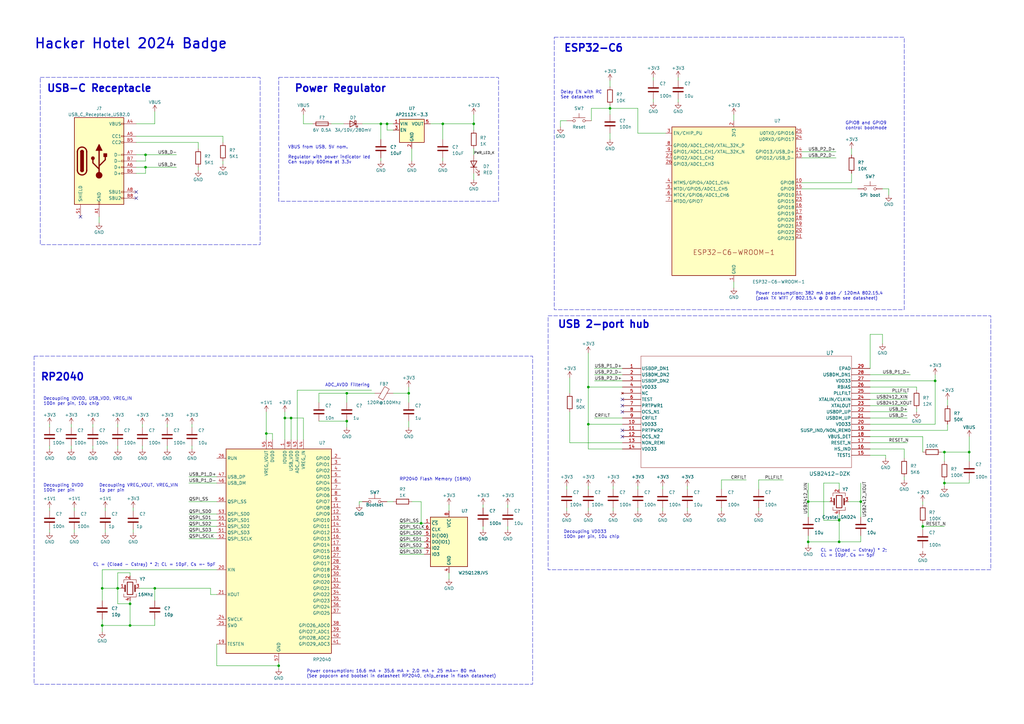
<source format=kicad_sch>
(kicad_sch (version 20230121) (generator eeschema)
  (paper "A3")
  (title_block (title "Hacker Hotel Badge 2024") (date "2023-06-16") (rev "0.0.1") (company "badge.team"))
  (junction (at 344.17 213.36))
  (junction (at 59.69 63.5))
  (junction (at 250.19 44.45))
  (junction (at 344.17 222.25))
  (junction (at 158.75 50.8))
  (junction (at 119.38 171.45))
  (junction (at 241.3 158.75))
  (junction (at 181.61 50.8))
  (junction (at 59.69 68.58))
  (junction (at 167.64 161.29))
  (junction (at 387.35 185.42))
  (junction (at 241.3 173.99))
  (junction (at 114.3 273.05))
  (junction (at 383.54 156.21))
  (junction (at 109.22 177.8))
  (junction (at 142.24 172.72))
  (junction (at 116.84 171.45))
  (junction (at 331.47 222.25))
  (junction (at 378.46 215.9))
  (junction (at 41.91 241.3))
  (junction (at 353.06 205.74))
  (junction (at 63.5 241.3))
  (junction (at 53.34 256.54))
  (junction (at 331.47 205.74))
  (junction (at 41.91 256.54))
  (junction (at 194.31 50.8))
  (junction (at 156.21 50.8))
  (junction (at 172.72 214.63))
  (junction (at 48.26 241.3))
  (junction (at 387.35 198.12))
  (junction (at 53.34 247.65))
  (junction (at 142.24 161.29))
  (junction (at 397.51 185.42))
  (no_connect (at 255.27 168.91))
  (no_connect (at 255.27 176.53))
  (no_connect (at 255.27 163.83))
  (no_connect (at 55.88 81.28))
  (no_connect (at 255.27 179.07))
  (no_connect (at 55.88 78.74))
  (no_connect (at 33.02 88.9))
  (no_connect (at 255.27 166.37))
  (wire (pts (xy 356.87 156.21) (xy 383.54 156.21)))
  (wire (pts (xy 130.81 161.29) (xy 142.24 161.29)))
  (wire (pts (xy 156.21 64.77) (xy 156.21 66.04)))
  (wire (pts (xy 250.19 54.61) (xy 250.19 57.15)))
  (wire (pts (xy 20.32 208.28) (xy 20.32 209.55)))
  (wire (pts (xy 356.87 176.53) (xy 388.62 176.53)))
  (wire (pts (xy 53.34 247.65) (xy 53.34 256.54)))
  (wire (pts (xy 356.87 163.83) (xy 372.11 163.83)))
  (wire (pts (xy 48.26 173.99) (xy 48.26 175.26)))
  (wire (pts (xy 198.12 215.9) (xy 198.12 217.17)))
  (wire (pts (xy 41.91 256.54) (xy 53.34 256.54)))
  (wire (pts (xy 163.83 219.71) (xy 173.99 219.71)))
  (wire (pts (xy 194.31 71.12) (xy 194.31 73.66)))
  (wire (pts (xy 121.92 160.02) (xy 121.92 180.34)))
  (wire (pts (xy 59.69 68.58) (xy 72.39 68.58)))
  (wire (pts (xy 77.47 218.44) (xy 88.9 218.44)))
  (wire (pts (xy 109.22 180.34) (xy 109.22 177.8)))
  (wire (pts (xy 356.87 181.61) (xy 372.11 181.61)))
  (wire (pts (xy 91.44 66.04) (xy 91.44 67.31)))
  (wire (pts (xy 130.81 165.1) (xy 130.81 161.29)))
  (wire (pts (xy 142.24 161.29) (xy 142.24 165.1)))
  (wire (pts (xy 176.53 50.8) (xy 181.61 50.8)))
  (wire (pts (xy 353.06 222.25) (xy 344.17 222.25)))
  (wire (pts (xy 48.26 182.88) (xy 48.26 184.15)))
  (wire (pts (xy 353.06 219.71) (xy 353.06 222.25)))
  (wire (pts (xy 388.62 163.83) (xy 388.62 166.37)))
  (wire (pts (xy 361.95 77.47) (xy 364.49 77.47)))
  (wire (pts (xy 114.3 273.05) (xy 114.3 274.32)))
  (wire (pts (xy 328.93 74.93) (xy 349.25 74.93)))
  (wire (pts (xy 55.88 71.12) (xy 59.69 71.12)))
  (wire (pts (xy 241.3 173.99) (xy 241.3 184.15)))
  (wire (pts (xy 378.46 205.74) (xy 378.46 207.01)))
  (wire (pts (xy 250.19 43.18) (xy 250.19 44.45)))
  (wire (pts (xy 68.58 173.99) (xy 68.58 175.26)))
  (wire (pts (xy 278.13 40.64) (xy 278.13 41.91)))
  (wire (pts (xy 43.18 217.17) (xy 43.18 218.44)))
  (wire (pts (xy 181.61 50.8) (xy 181.61 57.15)))
  (wire (pts (xy 63.5 241.3) (xy 63.5 246.38)))
  (wire (pts (xy 124.46 171.45) (xy 119.38 171.45)))
  (wire (pts (xy 370.84 184.15) (xy 370.84 187.96)))
  (wire (pts (xy 20.32 217.17) (xy 20.32 218.44)))
  (wire (pts (xy 347.98 205.74) (xy 353.06 205.74)))
  (wire (pts (xy 397.51 185.42) (xy 397.51 189.23)))
  (wire (pts (xy 119.38 171.45) (xy 116.84 171.45)))
  (wire (pts (xy 58.42 173.99) (xy 58.42 175.26)))
  (wire (pts (xy 232.41 199.39) (xy 232.41 200.66)))
  (wire (pts (xy 349.25 71.12) (xy 349.25 74.93)))
  (wire (pts (xy 30.48 208.28) (xy 30.48 209.55)))
  (wire (pts (xy 55.88 68.58) (xy 59.69 68.58)))
  (wire (pts (xy 77.47 215.9) (xy 88.9 215.9)))
  (wire (pts (xy 194.31 50.8) (xy 194.31 46.99)))
  (wire (pts (xy 375.92 167.64) (xy 375.92 168.91)))
  (wire (pts (xy 109.22 168.91) (xy 109.22 177.8)))
  (wire (pts (xy 40.64 88.9) (xy 40.64 91.44)))
  (wire (pts (xy 328.93 62.23) (xy 342.9 62.23)))
  (wire (pts (xy 261.62 54.61) (xy 261.62 44.45)))
  (wire (pts (xy 38.1 182.88) (xy 38.1 184.15)))
  (wire (pts (xy 241.3 199.39) (xy 241.3 200.66)))
  (wire (pts (xy 281.94 208.28) (xy 281.94 209.55)))
  (wire (pts (xy 344.17 222.25) (xy 331.47 222.25)))
  (wire (pts (xy 278.13 31.75) (xy 278.13 33.02)))
  (wire (pts (xy 30.48 217.17) (xy 30.48 218.44)))
  (wire (pts (xy 161.29 161.29) (xy 167.64 161.29)))
  (wire (pts (xy 378.46 214.63) (xy 378.46 215.9)))
  (wire (pts (xy 331.47 219.71) (xy 331.47 222.25)))
  (wire (pts (xy 194.31 60.96) (xy 194.31 63.5)))
  (wire (pts (xy 271.78 199.39) (xy 271.78 200.66)))
  (wire (pts (xy 163.83 227.33) (xy 173.99 227.33)))
  (wire (pts (xy 77.47 220.98) (xy 88.9 220.98)))
  (wire (pts (xy 168.91 205.74) (xy 172.72 205.74)))
  (wire (pts (xy 88.9 243.84) (xy 86.36 243.84)))
  (wire (pts (xy 364.49 77.47) (xy 364.49 80.01)))
  (wire (pts (xy 59.69 63.5) (xy 72.39 63.5)))
  (wire (pts (xy 250.19 33.02) (xy 250.19 35.56)))
  (wire (pts (xy 356.87 179.07) (xy 378.46 179.07)))
  (wire (pts (xy 250.19 44.45) (xy 261.62 44.45)))
  (wire (pts (xy 386.08 185.42) (xy 387.35 185.42)))
  (wire (pts (xy 356.87 186.69) (xy 363.22 186.69)))
  (wire (pts (xy 38.1 173.99) (xy 38.1 175.26)))
  (wire (pts (xy 241.3 158.75) (xy 241.3 173.99)))
  (wire (pts (xy 55.88 50.8) (xy 63.5 50.8)))
  (wire (pts (xy 114.3 271.78) (xy 114.3 273.05)))
  (wire (pts (xy 321.31 196.85) (xy 311.15 196.85)))
  (wire (pts (xy 88.9 273.05) (xy 114.3 273.05)))
  (wire (pts (xy 233.68 154.94) (xy 233.68 161.29)))
  (wire (pts (xy 331.47 205.74) (xy 331.47 212.09)))
  (wire (pts (xy 295.91 196.85) (xy 295.91 200.66)))
  (wire (pts (xy 41.91 256.54) (xy 41.91 259.08)))
  (wire (pts (xy 78.74 173.99) (xy 78.74 175.26)))
  (wire (pts (xy 119.38 180.34) (xy 119.38 171.45)))
  (wire (pts (xy 111.76 177.8) (xy 111.76 180.34)))
  (wire (pts (xy 311.15 196.85) (xy 311.15 200.66)))
  (wire (pts (xy 158.75 53.34) (xy 158.75 50.8)))
  (wire (pts (xy 232.41 49.53) (xy 229.87 49.53)))
  (wire (pts (xy 383.54 156.21) (xy 383.54 153.67)))
  (wire (pts (xy 130.81 172.72) (xy 142.24 172.72)))
  (wire (pts (xy 163.83 214.63) (xy 172.72 214.63)))
  (wire (pts (xy 356.87 153.67) (xy 373.38 153.67)))
  (wire (pts (xy 147.32 205.74) (xy 148.59 205.74)))
  (wire (pts (xy 81.28 58.42) (xy 81.28 60.96)))
  (wire (pts (xy 241.3 208.28) (xy 241.3 209.55)))
  (wire (pts (xy 370.84 195.58) (xy 370.84 196.85)))
  (wire (pts (xy 124.46 46.99) (xy 124.46 50.8)))
  (wire (pts (xy 261.62 208.28) (xy 261.62 209.55)))
  (wire (pts (xy 255.27 173.99) (xy 241.3 173.99)))
  (wire (pts (xy 356.87 161.29) (xy 372.11 161.29)))
  (wire (pts (xy 356.87 166.37) (xy 372.11 166.37)))
  (wire (pts (xy 48.26 234.95) (xy 48.26 241.3)))
  (wire (pts (xy 158.75 205.74) (xy 161.29 205.74)))
  (wire (pts (xy 158.75 50.8) (xy 161.29 50.8)))
  (wire (pts (xy 121.92 160.02) (xy 152.4 160.02)))
  (wire (pts (xy 295.91 208.28) (xy 295.91 209.55)))
  (wire (pts (xy 356.87 184.15) (xy 370.84 184.15)))
  (wire (pts (xy 54.61 217.17) (xy 54.61 218.44)))
  (wire (pts (xy 261.62 199.39) (xy 261.62 200.66)))
  (wire (pts (xy 356.87 137.16) (xy 361.95 137.16)))
  (wire (pts (xy 387.35 185.42) (xy 387.35 189.23)))
  (wire (pts (xy 353.06 198.12) (xy 353.06 205.74)))
  (wire (pts (xy 356.87 171.45) (xy 372.11 171.45)))
  (wire (pts (xy 337.82 198.12) (xy 337.82 213.36)))
  (wire (pts (xy 172.72 205.74) (xy 172.72 214.63)))
  (wire (pts (xy 48.26 247.65) (xy 53.34 247.65)))
  (wire (pts (xy 77.47 210.82) (xy 88.9 210.82)))
  (wire (pts (xy 255.27 181.61) (xy 233.68 181.61)))
  (wire (pts (xy 63.5 241.3) (xy 86.36 241.3)))
  (wire (pts (xy 53.34 234.95) (xy 53.34 236.22)))
  (wire (pts (xy 29.21 173.99) (xy 29.21 175.26)))
  (wire (pts (xy 148.59 50.8) (xy 156.21 50.8)))
  (wire (pts (xy 208.28 215.9) (xy 208.28 217.17)))
  (wire (pts (xy 241.3 144.78) (xy 241.3 158.75)))
  (wire (pts (xy 243.84 156.21) (xy 255.27 156.21)))
  (wire (pts (xy 383.54 173.99) (xy 383.54 156.21)))
  (wire (pts (xy 20.32 173.99) (xy 20.32 175.26)))
  (wire (pts (xy 55.88 58.42) (xy 81.28 58.42)))
  (wire (pts (xy 163.83 222.25) (xy 173.99 222.25)))
  (wire (pts (xy 344.17 200.66) (xy 344.17 198.12)))
  (wire (pts (xy 41.91 233.68) (xy 88.9 233.68)))
  (wire (pts (xy 378.46 215.9) (xy 387.35 215.9)))
  (wire (pts (xy 184.15 234.95) (xy 184.15 237.49)))
  (wire (pts (xy 243.84 153.67) (xy 255.27 153.67)))
  (wire (pts (xy 361.95 137.16) (xy 361.95 140.97)))
  (wire (pts (xy 243.84 171.45) (xy 255.27 171.45)))
  (wire (pts (xy 57.15 241.3) (xy 63.5 241.3)))
  (wire (pts (xy 167.64 172.72) (xy 167.64 175.26)))
  (wire (pts (xy 353.06 205.74) (xy 353.06 212.09)))
  (wire (pts (xy 43.18 208.28) (xy 43.18 209.55)))
  (wire (pts (xy 68.58 182.88) (xy 68.58 184.15)))
  (wire (pts (xy 242.57 44.45) (xy 250.19 44.45)))
  (wire (pts (xy 397.51 179.07) (xy 397.51 185.42)))
  (wire (pts (xy 55.88 55.88) (xy 91.44 55.88)))
  (wire (pts (xy 77.47 205.74) (xy 88.9 205.74)))
  (wire (pts (xy 232.41 208.28) (xy 232.41 209.55)))
  (wire (pts (xy 241.3 158.75) (xy 255.27 158.75)))
  (wire (pts (xy 267.97 40.64) (xy 267.97 41.91)))
  (wire (pts (xy 142.24 172.72) (xy 142.24 175.26)))
  (wire (pts (xy 135.89 50.8) (xy 140.97 50.8)))
  (wire (pts (xy 116.84 168.91) (xy 116.84 171.45)))
  (wire (pts (xy 147.32 207.01) (xy 147.32 205.74)))
  (wire (pts (xy 397.51 198.12) (xy 387.35 198.12)))
  (wire (pts (xy 48.26 241.3) (xy 48.26 247.65)))
  (wire (pts (xy 198.12 207.01) (xy 198.12 208.28)))
  (wire (pts (xy 53.34 256.54) (xy 63.5 256.54)))
  (wire (pts (xy 116.84 171.45) (xy 116.84 180.34)))
  (wire (pts (xy 77.47 195.58) (xy 88.9 195.58)))
  (wire (pts (xy 281.94 199.39) (xy 281.94 200.66)))
  (wire (pts (xy 53.34 234.95) (xy 48.26 234.95)))
  (wire (pts (xy 378.46 179.07) (xy 378.46 185.42)))
  (wire (pts (xy 344.17 198.12) (xy 337.82 198.12)))
  (wire (pts (xy 356.87 168.91) (xy 372.11 168.91)))
  (wire (pts (xy 356.87 173.99) (xy 383.54 173.99)))
  (wire (pts (xy 250.19 44.45) (xy 250.19 46.99)))
  (wire (pts (xy 311.15 208.28) (xy 311.15 209.55)))
  (wire (pts (xy 340.36 205.74) (xy 331.47 205.74)))
  (wire (pts (xy 243.84 151.13) (xy 255.27 151.13)))
  (wire (pts (xy 331.47 198.12) (xy 331.47 205.74)))
  (wire (pts (xy 167.64 161.29) (xy 167.64 165.1)))
  (wire (pts (xy 300.99 115.57) (xy 300.99 118.11)))
  (wire (pts (xy 349.25 60.96) (xy 349.25 63.5)))
  (wire (pts (xy 59.69 71.12) (xy 59.69 68.58)))
  (wire (pts (xy 58.42 182.88) (xy 58.42 184.15)))
  (wire (pts (xy 172.72 214.63) (xy 173.99 214.63)))
  (wire (pts (xy 300.99 46.99) (xy 300.99 49.53)))
  (wire (pts (xy 29.21 182.88) (xy 29.21 184.15)))
  (wire (pts (xy 387.35 185.42) (xy 397.51 185.42)))
  (wire (pts (xy 363.22 186.69) (xy 363.22 187.96)))
  (wire (pts (xy 20.32 182.88) (xy 20.32 184.15)))
  (wire (pts (xy 59.69 66.04) (xy 59.69 63.5)))
  (wire (pts (xy 142.24 161.29) (xy 153.67 161.29)))
  (wire (pts (xy 54.61 208.28) (xy 54.61 209.55)))
  (wire (pts (xy 77.47 198.12) (xy 88.9 198.12)))
  (wire (pts (xy 77.47 213.36) (xy 88.9 213.36)))
  (wire (pts (xy 356.87 151.13) (xy 356.87 137.16)))
  (wire (pts (xy 387.35 198.12) (xy 387.35 199.39)))
  (wire (pts (xy 242.57 49.53) (xy 242.57 44.45)))
  (wire (pts (xy 86.36 241.3) (xy 86.36 243.84)))
  (wire (pts (xy 181.61 50.8) (xy 194.31 50.8)))
  (wire (pts (xy 328.93 77.47) (xy 351.79 77.47)))
  (wire (pts (xy 375.92 158.75) (xy 356.87 158.75)))
  (wire (pts (xy 78.74 182.88) (xy 78.74 184.15)))
  (wire (pts (xy 184.15 207.01) (xy 184.15 209.55)))
  (wire (pts (xy 88.9 264.16) (xy 88.9 273.05)))
  (wire (pts (xy 375.92 160.02) (xy 375.92 158.75)))
  (wire (pts (xy 63.5 45.72) (xy 63.5 50.8)))
  (wire (pts (xy 49.53 241.3) (xy 48.26 241.3)))
  (wire (pts (xy 156.21 50.8) (xy 156.21 57.15)))
  (wire (pts (xy 261.62 54.61) (xy 273.05 54.61)))
  (wire (pts (xy 48.26 241.3) (xy 41.91 241.3)))
  (wire (pts (xy 337.82 213.36) (xy 344.17 213.36)))
  (wire (pts (xy 168.91 60.96) (xy 168.91 66.04)))
  (wire (pts (xy 161.29 53.34) (xy 158.75 53.34)))
  (wire (pts (xy 344.17 213.36) (xy 344.17 210.82)))
  (wire (pts (xy 194.31 50.8) (xy 194.31 53.34)))
  (wire (pts (xy 63.5 254) (xy 63.5 256.54)))
  (wire (pts (xy 55.88 63.5) (xy 59.69 63.5)))
  (wire (pts (xy 255.27 184.15) (xy 241.3 184.15)))
  (wire (pts (xy 128.27 50.8) (xy 124.46 50.8)))
  (wire (pts (xy 163.83 217.17) (xy 173.99 217.17)))
  (wire (pts (xy 306.07 196.85) (xy 295.91 196.85)))
  (wire (pts (xy 181.61 64.77) (xy 181.61 66.04)))
  (wire (pts (xy 397.51 196.85) (xy 397.51 198.12)))
  (wire (pts (xy 41.91 254) (xy 41.91 256.54)))
  (wire (pts (xy 55.88 66.04) (xy 59.69 66.04)))
  (wire (pts (xy 388.62 176.53) (xy 388.62 173.99)))
  (wire (pts (xy 53.34 246.38) (xy 53.34 247.65)))
  (wire (pts (xy 208.28 207.01) (xy 208.28 208.28)))
  (wire (pts (xy 41.91 241.3) (xy 41.91 246.38)))
  (wire (pts (xy 233.68 168.91) (xy 233.68 181.61)))
  (wire (pts (xy 271.78 208.28) (xy 271.78 209.55)))
  (wire (pts (xy 344.17 213.36) (xy 344.17 222.25)))
  (wire (pts (xy 156.21 50.8) (xy 158.75 50.8)))
  (wire (pts (xy 167.64 158.75) (xy 167.64 161.29)))
  (wire (pts (xy 81.28 68.58) (xy 81.28 69.85)))
  (wire (pts (xy 124.46 180.34) (xy 124.46 171.45)))
  (wire (pts (xy 267.97 31.75) (xy 267.97 33.02)))
  (wire (pts (xy 163.83 224.79) (xy 173.99 224.79)))
  (wire (pts (xy 378.46 215.9) (xy 378.46 217.17)))
  (wire (pts (xy 229.87 49.53) (xy 229.87 52.07)))
  (wire (pts (xy 251.46 208.28) (xy 251.46 209.55)))
  (wire (pts (xy 387.35 196.85) (xy 387.35 198.12)))
  (wire (pts (xy 91.44 55.88) (xy 91.44 58.42)))
  (wire (pts (xy 251.46 199.39) (xy 251.46 200.66)))
  (wire (pts (xy 331.47 222.25) (xy 331.47 223.52)))
  (wire (pts (xy 41.91 241.3) (xy 41.91 233.68)))
  (wire (pts (xy 328.93 64.77) (xy 342.9 64.77)))
  (wire (pts (xy 109.22 177.8) (xy 111.76 177.8)))
  (rectangle (start 13.97 146.05) (end 218.44 280.67) (stroke (width 0) (type dash)))
  (rectangle (start 114.3 31.75) (end 204.47 82.55) (stroke (width 0) (type dash)))
  (rectangle (start 227.33 15.24) (end 370.84 127) (stroke (width 0) (type dash)))
  (rectangle (start 224.79 129.54) (end 406.4 233.68) (stroke (width 0) (type dash)))
  (rectangle (start 16.51 31.75) (end 106.68 100.33) (stroke (width 0) (type dash)))
  (text "Delay EN with RC\nSee datasheet" (at 229.87 40.64 0) (effects (font (size 1.27 1.27)) (justify left bottom)))
  (text "TODO:\n\nCheck resistors for USB on RP2040 in datasheet\nThe USB hub needs a better symbol" (at -63.5 207.01 0) (effects (font (size 1.27 1.27)) (justify left bottom)))
  (text "Decoupling VREG_VOUT, VREG_VIN\n1p per pin\n" (at 40.64 201.93 0) (effects (font (size 1.27 1.27)) (justify left bottom)))
  (text "Hacker Hotel 2024 Badge\n" (at 13.97 20.32 0) (effects (font (size 4 4) (thickness 0.6) bold) (justify left bottom)))
  (text "GPIO8 and GPIO9\ncontrol bootmode" (at 346.71 53.34 0) (effects (font (size 1.27 1.27)) (justify left bottom)))
  (text "CL = (Cload - Cstray) * 2; CL = 10pF, Cs =~ 5pF" (at 38.1 232.41 0) (effects (font (size 1.27 1.27)) (justify left bottom)))
  (text "ESP32-C6\n" (at 231.14 21.59 0) (effects (font (size 3 3) (thickness 0.6) bold) (justify left bottom)))
  (text "RP2040\n\n" (at 16.51 161.29 0) (effects (font (size 3 3) (thickness 0.6) bold) (justify left bottom)))
  (text "USB 2-port hub\n\n" (at 228.6 139.7 0) (effects (font (size 3 3) (thickness 0.6) bold) (justify left bottom)))
  (text "CL = (Cload - Cstray) * 2; \nCL = 10pF, Cs =~ 5pF" (at 336.55 228.6 0) (effects (font (size 1.27 1.27)) (justify left bottom)))
  (text "ADC_AVDD Filtering\n" (at 133.35 158.75 0) (effects (font (size 1.27 1.27)) (justify left bottom)))
  (text "Decoupling DVDD\n100n per pin\n" (at 17.78 201.93 0) (effects (font (size 1.27 1.27)) (justify left bottom)))
  (text "USB-C Receptacle\n" (at 19.05 38.1 0) (effects (font (size 3 3) (thickness 0.6) bold) (justify left bottom)))
  (text "Power consumption: 382 mA peak / 120mA 802.15.4\n(peak TX WiFi / 802.15.4 @ 0 dBm see datasheet)" (at 309.88 123.19 0) (effects (font (size 1.27 1.27)) (justify left bottom)))
  (text "Decoupling IOVDD, USB_VDD, VREG_IN\n100n per pin, 10u chip\n" (at 17.78 166.37 0) (effects (font (size 1.27 1.27)) (justify left bottom)))
  (text "VBUS from USB, 5V nom.\n\nRegulator with power indicator led\nCan supply 600ma at 3.3v" (at 118.11 67.31 0) (effects (font (size 1.27 1.27)) (justify left bottom)))
  (text "RP2040 Flash Memory (16Mb)\n\n" (at 163.83 199.39 0) (effects (font (size 1.27 1.27)) (justify left bottom)))
  (text "Decoupling VDD33\n100n per pin, 10u chip\n" (at 231.14 220.98 0) (effects (font (size 1.27 1.27)) (justify left bottom)))
  (text "Power consumption: 16.6 mA + 35.6 mA + 2.0 mA + 25 mA=~ 80 mA\n(See popcorn and bootsel in datasheet RP2040, chip_erase in flash datasheet)" (at 125.73 278.13 0) (effects (font (size 1.27 1.27)) (justify left bottom)))
  (text "Power Regulator" (at 120.65 38.1 0) (effects (font (size 3 3) (thickness 0.6) bold) (justify left bottom)))
  (label "RESET_N" (at 364.49 181.61 0))
  (label "USB2412_XIN" (at 359.41 163.83 0))
  (label "CRFILT" (at 299.72 196.85 0))
  (label "QSPI_SCLK" (at 163.83 217.17 0))
  (label "USB2412_XOUT" (at 359.41 166.37 0))
  (label "QSPI_SD3" (at 77.47 218.44 0))
  (label "USB_D-" (at 364.49 171.45 0))
  (label "PWR_LED_K" (at 194.31 63.5 0) (effects (font (size 1 1))))
  (label "USB_P2_D+" (at 331.47 62.23 0))
  (label "QSPI_SD0" (at 163.83 219.71 0))
  (label "USB2412_XIN" (at 331.47 210.82 90))
  (label "RESET_N" (at 379.73 215.9 0))
  (label "QSPI_SS" (at 77.47 205.74 0))
  (label "USB_P2_D-" (at 331.47 64.77 0))
  (label "USB_P2_D-" (at 243.84 153.67 0))
  (label "USB_P1_D+" (at 77.47 195.58 0))
  (label "USB_P1_D+" (at 243.84 151.13 0))
  (label "USB_P1_D-" (at 77.47 198.12 0))
  (label "QSPI_SD1" (at 77.47 213.36 0))
  (label "USB_D+" (at 64.77 68.58 0))
  (label "QSPI_SD2" (at 163.83 224.79 0))
  (label "QSPI_SD0" (at 77.47 210.82 0))
  (label "CRFILT" (at 243.84 171.45 0))
  (label "QSPI_SD2" (at 77.47 215.9 0))
  (label "QSPI_SD1" (at 163.83 222.25 0))
  (label "PLLFILT" (at 313.69 196.85 0))
  (label "USB_P1_D-" (at 361.95 153.67 0))
  (label "PLLFILT" (at 365.76 161.29 0))
  (label "QSPI_SD3" (at 163.83 227.33 0))
  (label "USB_P2_D+" (at 243.84 156.21 0))
  (label "USB_D-" (at 64.77 63.5 0))
  (label "USB_D+" (at 364.49 168.91 0))
  (label "QSPI_SS" (at 163.83 214.63 0))
  (label "QSPI_SCLK" (at 77.47 220.98 0))
  (label "USB2412_XOUT" (at 355.6 212.09 90))
  (symbol (lib_id "Device:C") (at 267.97 36.83 0) (unit 1)
    (property "Reference" "C?" (at 270.51 34.29 0) (effects (justify left)))
    (property "Value" "100n" (at 270.51 39.37 0) (effects (justify left)))
  )
  (symbol (lib_id "power:GND") (at 147.32 207.01 0) (unit 1)
    (property "Reference" "#PWR041" (effects hide))
    (property "Value" "GND" (at 147.32 210.82 0))
  )
  (symbol (lib_id "power:+3V3") (at 78.74 173.99 0) (unit 1)
    (property "Reference" "#PWR021" (effects hide))
    (property "Value" "+3V3" (at 78.74 170.18 0))
  )
  (symbol (lib_id "Device:R") (at 388.62 170.18 0) (unit 1)
    (property "Reference" "R?" (at 391.16 169.545 0) (effects (justify left)))
    (property "Value" "50K" (at 391.16 172.085 0) (effects (justify left)))
  )
  (symbol (lib_id "power:GND") (at 271.78 209.55 0) (unit 1)
    (property "Reference" "#PWR073" (effects hide))
    (property "Value" "GND" (at 271.78 213.36 0))
  )
  (symbol (lib_id "Device:C") (at 68.58 179.07 0) (unit 1)
    (property "Reference" "C?" (at 71.12 176.53 0) (effects (justify left)))
    (property "Value" "100n" (at 71.12 181.61 0) (effects (justify left)))
  )
  (symbol (lib_id "power:+3V3") (at 116.84 168.91 0) (unit 1)
    (property "Reference" "#PWR012" (effects hide))
    (property "Value" "+3V3" (at 116.84 165.1 0))
  )
  (symbol (lib_id "power:+3V3") (at 233.68 154.94 0) (unit 1)
    (property "Reference" "#PWR059" (effects hide))
    (property "Value" "+3V3" (at 233.68 151.13 0))
  )
  (symbol (lib_id "power:+3V3") (at 281.94 199.39 0) (unit 1)
    (property "Reference" "#PWR074" (effects hide))
    (property "Value" "+3V3" (at 281.94 195.58 0))
  )
  (symbol (lib_id "Device:R") (at 194.31 57.15 0) (unit 1)
    (property "Reference" "R?" (at 196.85 56.515 0) (effects (justify left)))
    (property "Value" "1K" (at 196.85 59.055 0) (effects (justify left)))
  )
  (symbol (lib_id "power:+3V3") (at 383.54 153.67 0) (unit 1)
    (property "Reference" "#PWR061" (effects hide))
    (property "Value" "+3V3" (at 383.54 149.86 0))
  )
  (symbol (lib_id "power:+3V3") (at 232.41 199.39 0) (unit 1)
    (property "Reference" "#PWR064" (effects hide))
    (property "Value" "+3V3" (at 232.41 195.58 0))
  )
  (symbol (lib_id "power:GND") (at 311.15 209.55 0) (unit 1)
    (property "Reference" "#PWR082" (effects hide))
    (property "Value" "GND" (at 311.15 213.36 0))
  )
  (symbol (lib_id "Device:C") (at 281.94 204.47 0) (unit 1)
    (property "Reference" "C?" (at 284.48 201.93 0) (effects (justify left)))
    (property "Value" "10u" (at 284.48 207.01 0) (effects (justify left)))
  )
  (symbol (lib_id "Device:C") (at 278.13 36.83 0) (unit 1)
    (property "Reference" "C?" (at 280.67 34.29 0) (effects (justify left)))
    (property "Value" "10u" (at 280.67 39.37 0) (effects (justify left)))
  )
  (symbol (lib_id "Device:C") (at 167.64 168.91 0) (unit 1)
    (property "Reference" "C?" (at 170.18 166.37 0) (effects (justify left)))
    (property "Value" "1u" (at 170.18 171.45 0) (effects (justify left)))
  )
  (symbol (lib_id "Device:C") (at 78.74 179.07 0) (unit 1)
    (property "Reference" "C?" (at 81.28 176.53 0) (effects (justify left)))
    (property "Value" "10u" (at 81.28 181.61 0) (effects (justify left)))
  )
  (symbol (lib_id "power:+3V3") (at 198.12 207.01 0) (unit 1)
    (property "Reference" "#PWR035" (effects hide))
    (property "Value" "+3V3" (at 198.12 203.2 0))
  )
  (symbol (lib_id "Device:C") (at 130.81 168.91 0) (unit 1)
    (property "Reference" "C?" (at 133.35 166.37 0) (effects (justify left)))
    (property "Value" "10n" (at 133.35 171.45 0) (effects (justify left)))
  )
  (symbol (lib_id "power:+1V1") (at 109.22 168.91 0) (unit 1)
    (property "Reference" "#PWR030" (effects hide))
    (property "Value" "+1V1" (at 109.22 165.1 0))
  )
  (symbol (lib_id "power:+3V3") (at 194.31 46.99 0) (unit 1)
    (property "Reference" "#PWR04" (effects hide))
    (property "Value" "+3V3" (at 194.31 43.18 0))
  )
  (symbol (lib_id "power:GND") (at 208.28 217.17 0) (unit 1)
    (property "Reference" "#PWR038" (effects hide))
    (property "Value" "GND" (at 208.28 220.98 0))
  )
  (symbol (lib_id "Device:R") (at 387.35 193.04 180) (unit 1)
    (property "Reference" "R?" (at 389.89 192.405 0) (effects (justify right)))
    (property "Value" "100K" (at 389.89 194.945 0) (effects (justify right)))
  )
  (symbol (lib_id "MCU_RaspberryPi:RP2040") (at 114.3 226.06 0) (unit 1)
    (property "Reference" "U?" (at 130.81 181.61 0) (effects (justify left)))
    (property "Value" "RP2040" (at 128.27 270.51 0) (effects (justify left)))
    (property "Footprint" "Package_DFN_QFN:QFN-56-1EP_7x7mm_P0.4mm_EP3.2x3.2mm" (effects hide))
    (property "Datasheet" "https://datasheets.raspberrypi.com/rp2040/rp2040-datasheet.pdf" (effects hide))
  )
  (symbol (lib_id "Device:C") (at 30.48 213.36 0) (unit 1)
    (property "Reference" "C?" (at 33.02 210.82 0) (effects (justify left)))
    (property "Value" "100n" (at 31.75 215.9 0) (effects (justify left)))
  )
  (symbol (lib_id "Device:C") (at 241.3 204.47 0) (unit 1)
    (property "Reference" "C?" (at 243.84 201.93 0) (effects (justify left)))
    (property "Value" "100n" (at 242.57 207.01 0) (effects (justify left)))
  )
  (symbol (lib_id "Device:C") (at 271.78 204.47 0) (unit 1)
    (property "Reference" "C?" (at 274.32 201.93 0) (effects (justify left)))
    (property "Value" "100n" (at 274.32 207.01 0) (effects (justify left)))
  )
  (symbol (lib_id "power:GND") (at 184.15 237.49 0) (unit 1)
    (property "Reference" "#PWR040" (effects hide))
    (property "Value" "GND" (at 184.15 241.3 0))
  )
  (symbol (lib_id "Memory_Flash:W25Q128JVS") (at 184.15 222.25 0) (unit 1)
    (property "Reference" "U?" (at 189.23 209.55 0) (effects (justify left)))
    (property "Value" "W25Q128JVS" (at 187.96 234.95 0) (effects (justify left)))
    (property "Footprint" "Package_SO:SOIC-8_5.23x5.23mm_P1.27mm" (effects hide))
    (property "Datasheet" "http://www.winbond.com/resource-files/w25q128jv_dtr%20revc%2003272018%20plus.pdf" (effects hide))
  )
  (symbol (lib_id "power:GND") (at 363.22 187.96 0) (unit 1)
    (property "Reference" "#PWR063" (effects hide))
    (property "Value" "GND" (at 363.22 191.77 0))
  )
  (symbol (lib_id "power:GND") (at 370.84 196.85 0) (unit 1)
    (property "Reference" "#PWR078" (effects hide))
    (property "Value" "GND" (at 370.84 200.66 0))
  )
  (symbol (lib_id "power:GND") (at 43.18 218.44 0) (unit 1)
    (property "Reference" "#PWR051" (effects hide))
    (property "Value" "GND" (at 43.18 222.25 0))
  )
  (symbol (lib_id "power:GND") (at 68.58 184.15 0) (unit 1)
    (property "Reference" "#PWR020" (effects hide))
    (property "Value" "GND" (at 68.58 187.96 0))
  )
  (symbol (lib_id "Device:C") (at 38.1 179.07 0) (unit 1)
    (property "Reference" "C?" (at 40.64 176.53 0) (effects (justify left)))
    (property "Value" "100n" (at 39.37 181.61 0) (effects (justify left)))
  )
  (symbol (lib_id "Device:C") (at 208.28 212.09 0) (unit 1)
    (property "Reference" "C?" (at 210.82 209.55 0) (effects (justify left)))
    (property "Value" "10u" (at 210.82 214.63 0) (effects (justify left)))
  )
  (symbol (lib_id "power:+3V3") (at 378.46 205.74 0) (unit 1)
    (property "Reference" "#PWR081" (effects hide))
    (property "Value" "+3V3" (at 378.46 201.93 0))
  )
  (symbol (lib_id "power:GND") (at 38.1 184.15 0) (unit 1)
    (property "Reference" "#PWR017" (effects hide))
    (property "Value" "GND" (at 38.1 187.96 0))
  )
  (symbol (lib_id "power:GND") (at 331.47 223.52 0) (unit 1)
    (property "Reference" "#PWR076" (effects hide))
    (property "Value" "GND" (at 331.47 227.33 0))
  )
  (symbol (lib_id "power:GND") (at 20.32 184.15 0) (unit 1)
    (property "Reference" "#PWR026" (effects hide))
    (property "Value" "GND" (at 20.32 187.96 0))
  )
  (symbol (lib_id "power:GND") (at 54.61 218.44 0) (unit 1)
    (property "Reference" "#PWR053" (effects hide))
    (property "Value" "GND" (at 54.61 222.25 0))
  )
  (symbol (lib_id "Device:C") (at 250.19 50.8 0) (unit 1)
    (property "Reference" "C?" (at 254 49.53 0) (effects (justify left)))
    (property "Value" "100n" (at 254 52.07 0) (effects (justify left)))
  )
  (symbol (lib_id "power:GND") (at 267.97 41.91 0) (unit 1)
    (property "Reference" "#PWR045" (effects hide))
    (property "Value" "GND" (at 267.97 45.72 0))
  )
  (symbol (lib_id "power:+3V3") (at 48.26 173.99 0) (unit 1)
    (property "Reference" "#PWR014" (effects hide))
    (property "Value" "+3V3" (at 48.26 170.18 0))
  )
  (symbol (lib_id "power:+3V3") (at 184.15 207.01 0) (unit 1)
    (property "Reference" "#PWR039" (effects hide))
    (property "Value" "+3V3" (at 184.15 203.2 0))
  )
  (symbol (lib_id "power:GND") (at 281.94 209.55 0) (unit 1)
    (property "Reference" "#PWR075" (effects hide))
    (property "Value" "GND" (at 281.94 213.36 0))
  )
  (symbol (lib_id "Microchip USB2412:USB2412-DZK") (at 255.27 151.13 0) (unit 1)
    (property "Reference" "U?" (at 340.36 144.78 0) (effects (font (size 1.524 1.524))))
    (property "Value" "USB2412-DZK" (at 340.36 194.31 0) (effects (font (size 1.524 1.524))))
    (property "Footprint" "QFN28_5X5MC_MCH" (effects hide))
    (property "Datasheet" "https://ww1.microchip.com/downloads/en/DeviceDoc/2412.pdf" (effects hide))
  )
  (symbol (lib_id "power:GND") (at 300.99 118.11 0) (unit 1)
    (property "Reference" "#PWR043" (effects hide))
    (property "Value" "GND" (at 300.99 121.92 0))
  )
  (symbol (lib_id "Device:C") (at 63.5 250.19 0) (unit 1)
    (property "Reference" "C?" (at 67.31 249.555 0) (effects (justify left)))
    (property "Value" "10p" (at 67.31 252.095 0) (effects (justify left)))
  )
  (symbol (lib_id "power:GND") (at 40.64 91.44 0) (unit 1)
    (property "Reference" "#PWR07" (effects hide))
    (property "Value" "GND" (at 40.64 95.25 0))
  )
  (symbol (lib_id "Device:R") (at 250.19 39.37 0) (unit 1)
    (property "Reference" "R?" (at 252.73 38.735 0) (effects (justify left)))
    (property "Value" "10K" (at 252.73 41.275 0) (effects (justify left)))
  )
  (symbol (lib_id "power:GND") (at 48.26 184.15 0) (unit 1)
    (property "Reference" "#PWR018" (effects hide))
    (property "Value" "GND" (at 48.26 187.96 0))
  )
  (symbol (lib_id "power:GND") (at 30.48 218.44 0) (unit 1)
    (property "Reference" "#PWR034" (effects hide))
    (property "Value" "GND" (at 30.48 222.25 0))
  )
  (symbol (lib_id "power:GND") (at 364.49 80.01 0) (unit 1)
    (property "Reference" "#PWR055" (effects hide))
    (property "Value" "GND" (at 364.49 83.82 0))
  )
  (symbol (lib_id "power:GND") (at 251.46 209.55 0) (unit 1)
    (property "Reference" "#PWR069" (effects hide))
    (property "Value" "GND" (at 251.46 213.36 0))
  )
  (symbol (lib_id "Device:R") (at 349.25 67.31 0) (unit 1)
    (property "Reference" "R?" (at 351.79 66.675 0) (effects (justify left)))
    (property "Value" "10K" (at 351.79 69.215 0) (effects (justify left)))
  )
  (symbol (lib_id "Device:C") (at 311.15 204.47 0) (unit 1)
    (property "Reference" "C?" (at 313.69 201.93 0) (effects (justify left)))
    (property "Value" "100n" (at 313.69 207.01 0) (effects (justify left)))
  )
  (symbol (lib_id "power:+3V3") (at 38.1 173.99 0) (unit 1)
    (property "Reference" "#PWR013" (effects hide))
    (property "Value" "+3V3" (at 38.1 170.18 0))
  )
  (symbol (lib_id "Switch:SW_Push") (at 153.67 205.74 0) (unit 1)
    (property "Reference" "SW?" (at 153.67 201.93 0))
    (property "Value" "Bootsel" (at 153.67 207.01 0))
  )
  (symbol (lib_id "Device:C") (at 232.41 204.47 0) (unit 1)
    (property "Reference" "C?" (at 234.95 201.93 0) (effects (justify left)))
    (property "Value" "100n" (at 233.68 207.01 0) (effects (justify left)))
  )
  (symbol (lib_id "Device:C") (at 295.91 204.47 0) (unit 1)
    (property "Reference" "C?" (at 298.45 201.93 0) (effects (justify left)))
    (property "Value" "100n" (at 298.45 207.01 0) (effects (justify left)))
  )
  (symbol (lib_id "Device:FerriteBead") (at 157.48 161.29 90) (unit 1)
    (property "Reference" "FB?" (at 157.48 157.48 90))
    (property "Value" "120R@100Mhz" (at 157.48 165.1 90))
    (property "Footprint" "Resistor_SMD:R_0402_1005Metric" (effects hide))
    (property "Datasheet" "https://datasheet.lcsc.com/lcsc/2106071807_Wurth-Elektronik-7427927311_C2661437.pdf" (effects hide))
  )
  (symbol (lib_id "power:+1V1") (at 43.18 208.28 0) (unit 1)
    (property "Reference" "#PWR050" (effects hide))
    (property "Value" "+1V1" (at 43.18 204.47 0))
  )
  (symbol (lib_id "Device:C") (at 142.24 168.91 0) (unit 1)
    (property "Reference" "C?" (at 146.05 166.37 0) (effects (justify left)))
    (property "Value" "1u" (at 144.78 171.45 0) (effects (justify left)))
  )
  (symbol (lib_id "Device:C") (at 29.21 179.07 0) (unit 1)
    (property "Reference" "C?" (at 31.75 176.53 0) (effects (justify left)))
    (property "Value" "100n" (at 30.48 181.61 0) (effects (justify left)))
  )
  (symbol (lib_id "power:+3V3") (at 261.62 199.39 0) (unit 1)
    (property "Reference" "#PWR070" (effects hide))
    (property "Value" "+3V3" (at 261.62 195.58 0))
  )
  (symbol (lib_id "Device:C") (at 20.32 213.36 0) (unit 1)
    (property "Reference" "C?" (at 22.86 210.82 0) (effects (justify left)))
    (property "Value" "100n" (at 21.59 215.9 0) (effects (justify left)))
  )
  (symbol (lib_id "power:+3V3") (at 250.19 33.02 0) (unit 1)
    (property "Reference" "#PWR048" (effects hide))
    (property "Value" "+3V3" (at 250.19 29.21 0))
  )
  (symbol (lib_id "Device:R") (at 370.84 191.77 0) (unit 1)
    (property "Reference" "R?" (at 373.38 191.135 0) (effects (justify left)))
    (property "Value" "5K6" (at 373.38 193.675 0) (effects (justify left)))
  )
  (symbol (lib_id "Device:R") (at 375.92 163.83 0) (unit 1)
    (property "Reference" "R?" (at 378.46 163.195 0) (effects (justify left)))
    (property "Value" "12K" (at 378.46 165.735 0) (effects (justify left)))
  )
  (symbol (lib_id "power:GND") (at 229.87 52.07 0) (unit 1)
    (property "Reference" "#PWR056" (effects hide))
    (property "Value" "GND" (at 229.87 55.88 0))
  )
  (symbol (lib_id "PCM_Espressif:ESP32-C6-WROOM-1") (at 300.99 82.55 0) (unit 1)
    (property "Reference" "U?" (at 317.5 49.53 0) (effects (justify left)))
    (property "Value" "ESP32-C6-WROOM-1" (at 308.61 115.57 0) (effects (justify left)))
    (property "Footprint" "Espressif:ESP32-C6-WROOM-1" (effects hide))
    (property "Datasheet" "https://www.espressif.com/sites/default/files/documentation/esp32-c6-wroom-1_datasheet_en.pdf" (effects hide))
  )
  (symbol (lib_id "power:GND") (at 78.74 184.15 0) (unit 1)
    (property "Reference" "#PWR022" (effects hide))
    (property "Value" "GND" (at 78.74 187.96 0))
  )
  (symbol (lib_id "power:GND") (at 278.13 41.91 0) (unit 1)
    (property "Reference" "#PWR047" (effects hide))
    (property "Value" "GND" (at 278.13 45.72 0))
  )
  (symbol (lib_id "power:+3V3") (at 278.13 31.75 0) (unit 1)
    (property "Reference" "#PWR046" (effects hide))
    (property "Value" "+3V3" (at 278.13 27.94 0))
  )
  (symbol (lib_id "power:+3V3") (at 241.3 199.39 0) (unit 1)
    (property "Reference" "#PWR066" (effects hide))
    (property "Value" "+3V3" (at 241.3 195.58 0))
  )
  (symbol (lib_id "Device:C") (at 198.12 212.09 0) (unit 1)
    (property "Reference" "C?" (at 200.66 209.55 0) (effects (justify left)))
    (property "Value" "100n" (at 200.66 214.63 0) (effects (justify left)))
  )
  (symbol (lib_id "power:GND") (at 91.44 67.31 0) (unit 1)
    (property "Reference" "#PWR09" (effects hide))
    (property "Value" "GND" (at 91.44 71.12 0))
  )
  (symbol (lib_id "Device:C") (at 20.32 179.07 0) (unit 1)
    (property "Reference" "C?" (at 22.86 176.53 0) (effects (justify left)))
    (property "Value" "100n" (at 21.59 181.61 0) (effects (justify left)))
  )
  (symbol (lib_id "Device:C") (at 48.26 179.07 0) (unit 1)
    (property "Reference" "C?" (at 50.8 176.53 0) (effects (justify left)))
    (property "Value" "100n" (at 50.8 181.61 0) (effects (justify left)))
  )
  (symbol (lib_id "power:GND") (at 156.21 66.04 0) (unit 1)
    (property "Reference" "#PWR01" (effects hide))
    (property "Value" "GND" (at 156.21 69.85 0))
  )
  (symbol (lib_id "Device:Crystal_GND24") (at 344.17 205.74 0) (unit 1)
    (property "Reference" "Y?" (at 346.71 200.66 0))
    (property "Value" "Crystal_GND24" (at 344.17 212.09 0))
    (property "Datasheet" "https://datasheet.lcsc.com/lcsc/2304140030_Yangxing-Tech-X322524MMB4SI_C70583.pdf" (effects hide))
    (property "LCSC Part" "C70583" (effects hide))
  )
  (symbol (lib_id "Device:C") (at 353.06 215.9 0) (unit 1)
    (property "Reference" "C?" (at 355.6 213.36 0) (effects (justify left)))
    (property "Value" "10u" (at 355.6 218.44 0) (effects (justify left)))
  )
  (symbol (lib_id "power:GND") (at 142.24 175.26 0) (unit 1)
    (property "Reference" "#PWR028" (effects hide))
    (property "Value" "GND" (at 142.24 179.07 0))
  )
  (symbol (lib_id "power:+3V3") (at 68.58 173.99 0) (unit 1)
    (property "Reference" "#PWR016" (effects hide))
    (property "Value" "+3V3" (at 68.58 170.18 0))
  )
  (symbol (lib_id "power:GND") (at 198.12 217.17 0) (unit 1)
    (property "Reference" "#PWR036" (effects hide))
    (property "Value" "GND" (at 198.12 220.98 0))
  )
  (symbol (lib_id "Device:LED") (at 194.31 67.31 90) (unit 1)
    (property "Reference" "D?" (at 198.12 68.2625 90) (effects (justify right)))
    (property "Value" "RED" (at 198.12 70.8025 90) (effects (justify right)))
  )
  (symbol (lib_id "Device:C") (at 156.21 60.96 0) (unit 1)
    (property "Reference" "C?" (at 160.02 60.325 0) (effects (justify left)))
    (property "Value" "10uF" (at 160.02 62.865 0) (effects (justify left)))
  )
  (symbol (lib_id "power:+3V3") (at 388.62 163.83 0) (unit 1)
    (property "Reference" "#PWR060" (effects hide))
    (property "Value" "+3V3" (at 388.62 160.02 0))
  )
  (symbol (lib_id "power:GND") (at 232.41 209.55 0) (unit 1)
    (property "Reference" "#PWR065" (effects hide))
    (property "Value" "GND" (at 232.41 213.36 0))
  )
  (symbol (lib_id "power:GND") (at 29.21 184.15 0) (unit 1)
    (property "Reference" "#PWR024" (effects hide))
    (property "Value" "GND" (at 29.21 187.96 0))
  )
  (symbol (lib_id "Device:R") (at 382.27 185.42 90) (unit 1)
    (property "Reference" "R?" (effects hide))
    (property "Value" "100K" (at 382.27 182.88 90))
  )
  (symbol (lib_id "power:+3V3") (at 29.21 173.99 0) (unit 1)
    (property "Reference" "#PWR023" (effects hide))
    (property "Value" "+3V3" (at 29.21 170.18 0))
  )
  (symbol (lib_id "Device:C") (at 43.18 213.36 0) (unit 1)
    (property "Reference" "C?" (at 45.72 210.82 0) (effects (justify left)))
    (property "Value" "1p" (at 44.45 215.9 0) (effects (justify left)))
  )
  (symbol (lib_id "Device:C") (at 331.47 215.9 0) (unit 1)
    (property "Reference" "C?" (at 334.01 213.36 0) (effects (justify left)))
    (property "Value" "10u" (at 334.01 218.44 0) (effects (justify left)))
  )
  (symbol (lib_id "power:GND") (at 241.3 209.55 0) (unit 1)
    (property "Reference" "#PWR067" (effects hide))
    (property "Value" "GND" (at 241.3 213.36 0))
  )
  (symbol (lib_id "power:GND") (at 295.91 209.55 0) (unit 1)
    (property "Reference" "#PWR083" (effects hide))
    (property "Value" "GND" (at 295.91 213.36 0))
  )
  (symbol (lib_id "Device:R") (at 165.1 205.74 90) (unit 1)
    (property "Reference" "R?" (at 165.1 200.66 90))
    (property "Value" "1K" (at 165.1 203.2 90))
  )
  (symbol (lib_id "power:+1V1") (at 30.48 208.28 0) (unit 1)
    (property "Reference" "#PWR032" (effects hide))
    (property "Value" "+1V1" (at 30.48 204.47 0))
  )
  (symbol (lib_id "power:GND") (at 41.91 259.08 0) (unit 1)
    (property "Reference" "#PWR010" (effects hide))
    (property "Value" "GND" (at 41.91 262.89 0))
  )
  (symbol (lib_id "power:GND") (at 378.46 226.06 0) (unit 1)
    (property "Reference" "#PWR080" (effects hide))
    (property "Value" "GND" (at 378.46 229.87 0))
  )
  (symbol (lib_id "power:GND") (at 387.35 199.39 0) (unit 1)
    (property "Reference" "#PWR079" (effects hide))
    (property "Value" "GND" (at 387.35 203.2 0))
  )
  (symbol (lib_id "power:GND") (at 194.31 73.66 0) (unit 1)
    (property "Reference" "#PWR05" (effects hide))
    (property "Value" "GND" (at 194.31 77.47 0))
  )
  (symbol (lib_id "Device:C") (at 181.61 60.96 0) (unit 1)
    (property "Reference" "C?" (at 185.42 60.325 0) (effects (justify left)))
    (property "Value" "10uF" (at 185.42 62.865 0) (effects (justify left)))
  )
  (symbol (lib_id "power:GND") (at 114.3 274.32 0) (unit 1)
    (property "Reference" "#PWR011" (effects hide))
    (property "Value" "GND" (at 114.3 278.13 0))
  )
  (symbol (lib_id "Device:D_Schottky") (at 144.78 50.8 180) (unit 1)
    (property "Reference" "D?" (at 144.78 48.26 0))
    (property "Value" "3A/10V/280mV" (at 144.78 53.34 0))
  )
  (symbol (lib_id "power:+3V3") (at 349.25 60.96 0) (unit 1)
    (property "Reference" "#PWR054" (effects hide))
    (property "Value" "+3V3" (at 349.25 57.15 0))
  )
  (symbol (lib_id "power:GND") (at 250.19 57.15 0) (unit 1)
    (property "Reference" "#PWR049" (effects hide))
    (property "Value" "GND" (at 250.19 60.96 0))
  )
  (symbol (lib_id "power:GND") (at 81.28 69.85 0) (unit 1)
    (property "Reference" "#PWR08" (effects hide))
    (property "Value" "GND" (at 81.28 73.66 0))
  )
  (symbol (lib_id "power:+3V3") (at 208.28 207.01 0) (unit 1)
    (property "Reference" "#PWR037" (effects hide))
    (property "Value" "+3V3" (at 208.28 203.2 0))
  )
  (symbol (lib_id "power:+3V3") (at 300.99 46.99 0) (unit 1)
    (property "Reference" "#PWR042" (effects hide))
    (property "Value" "+3V3" (at 300.99 43.18 0))
  )
  (symbol (lib_id "Device:R") (at 378.46 210.82 180) (unit 1)
    (property "Reference" "R?" (at 381 210.185 0) (effects (justify right)))
    (property "Value" "100K" (at 381 212.725 0) (effects (justify right)))
  )
  (symbol (lib_id "Device:C") (at 251.46 204.47 0) (unit 1)
    (property "Reference" "C?" (at 254 201.93 0) (effects (justify left)))
    (property "Value" "100n" (at 254 207.01 0) (effects (justify left)))
  )
  (symbol (lib_id "power:GND") (at 168.91 66.04 0) (unit 1)
    (property "Reference" "#PWR084" (effects hide))
    (property "Value" "GND" (at 168.91 69.85 0))
  )
  (symbol (lib_id "power:+3V3") (at 267.97 31.75 0) (unit 1)
    (property "Reference" "#PWR044" (effects hide))
    (property "Value" "+3V3" (at 267.97 27.94 0))
  )
  (symbol (lib_id "power:+3V3") (at 271.78 199.39 0) (unit 1)
    (property "Reference" "#PWR072" (effects hide))
    (property "Value" "+3V3" (at 271.78 195.58 0))
  )
  (symbol (lib_id "power:GND") (at 361.95 140.97 0) (unit 1)
    (property "Reference" "#PWR057" (effects hide))
    (property "Value" "GND" (at 361.95 144.78 0))
  )
  (symbol (lib_id "Regulator_Linear:AP2112K-3.3") (at 168.91 53.34 0) (unit 1)
    (property "Reference" "U?" (at 168.91 44.45 0))
    (property "Value" "AP2112K-3.3" (at 168.91 46.99 0))
    (property "Footprint" "Package_TO_SOT_SMD:SOT-23-5" (effects hide))
    (property "Datasheet" "https://www.diodes.com/assets/Datasheets/AP2112.pdf" (effects hide))
  )
  (symbol (lib_id "power:GND") (at 167.64 175.26 0) (unit 1)
    (property "Reference" "#PWR027" (effects hide))
    (property "Value" "GND" (at 167.64 179.07 0))
  )
  (symbol (lib_id "power:+3V3") (at 54.61 208.28 0) (unit 1)
    (property "Reference" "#PWR052" (effects hide))
    (property "Value" "+3V3" (at 54.61 204.47 0))
  )
  (symbol (lib_id "Device:Fuse") (at 132.08 50.8 90) (unit 1)
    (property "Reference" "F?" (at 132.08 48.26 90))
    (property "Value" "6V 0.5A" (at 132.08 53.34 90))
  )
  (symbol (lib_id "Device:C") (at 378.46 220.98 0) (unit 1)
    (property "Reference" "C?" (at 381 218.44 0) (effects (justify left)))
    (property "Value" "100n" (at 381 223.52 0) (effects (justify left)))
  )
  (symbol (lib_id "power:+3V3") (at 241.3 144.78 0) (unit 1)
    (property "Reference" "#PWR058" (effects hide))
    (property "Value" "+3V3" (at 241.3 140.97 0))
  )
  (symbol (lib_id "power:+3V3") (at 167.64 158.75 0) (unit 1)
    (property "Reference" "#PWR029" (effects hide))
    (property "Value" "+3V3" (at 167.64 154.94 0))
  )
  (symbol (lib_id "power:VBUS") (at 63.5 45.72 0) (unit 1)
    (property "Reference" "#PWR06" (effects hide))
    (property "Value" "VBUS" (at 63.5 41.91 0))
  )
  (symbol (lib_id "Device:C") (at 54.61 213.36 0) (unit 1)
    (property "Reference" "C?" (at 57.15 210.82 0) (effects (justify left)))
    (property "Value" "1p" (at 55.88 215.9 0) (effects (justify left)))
  )
  (symbol (lib_id "Device:C") (at 41.91 250.19 0) (unit 1)
    (property "Reference" "C?" (at 45.72 249.555 0) (effects (justify left)))
    (property "Value" "10p" (at 45.72 252.095 0) (effects (justify left)))
  )
  (symbol (lib_id "Connector:USB_C_Receptacle_USB2.0") (at 40.64 66.04 0) (unit 1)
    (property "Reference" "J?" (at 40.64 44.45 0))
    (property "Value" "USB_C_Receptacle_USB2.0" (at 40.64 46.99 0))
    (property "Datasheet" "https://www.usb.org/sites/default/files/documents/usb_type-c.zip" (effects hide))
  )
  (symbol (lib_id "Device:R") (at 91.44 62.23 0) (unit 1)
    (property "Reference" "R?" (at 93.98 61.595 0) (effects (justify left)))
    (property "Value" "5K1" (at 93.98 64.135 0) (effects (justify left)))
  )
  (symbol (lib_id "Device:C") (at 58.42 179.07 0) (unit 1)
    (property "Reference" "C?" (at 60.96 176.53 0) (effects (justify left)))
    (property "Value" "100n" (at 60.96 181.61 0) (effects (justify left)))
  )
  (symbol (lib_id "power:VBUS") (at 124.46 46.99 0) (unit 1)
    (property "Reference" "#PWR02" (effects hide))
    (property "Value" "VBUS" (at 124.46 43.18 0))
  )
  (symbol (lib_id "Device:C") (at 261.62 204.47 0) (unit 1)
    (property "Reference" "C?" (at 264.16 201.93 0) (effects (justify left)))
    (property "Value" "100n" (at 264.16 207.01 0) (effects (justify left)))
  )
  (symbol (lib_id "power:+3V3") (at 20.32 173.99 0) (unit 1)
    (property "Reference" "#PWR025" (effects hide))
    (property "Value" "+3V3" (at 20.32 170.18 0))
  )
  (symbol (lib_id "power:GND") (at 20.32 218.44 0) (unit 1)
    (property "Reference" "#PWR033" (effects hide))
    (property "Value" "GND" (at 20.32 222.25 0))
  )
  (symbol (lib_id "power:GND") (at 261.62 209.55 0) (unit 1)
    (property "Reference" "#PWR071" (effects hide))
    (property "Value" "GND" (at 261.62 213.36 0))
  )
  (symbol (lib_id "power:+3V3") (at 251.46 199.39 0) (unit 1)
    (property "Reference" "#PWR068" (effects hide))
    (property "Value" "+3V3" (at 251.46 195.58 0))
  )
  (symbol (lib_id "power:+1V1") (at 20.32 208.28 0) (unit 1)
    (property "Reference" "#PWR031" (effects hide))
    (property "Value" "+1V1" (at 20.32 204.47 0))
  )
  (symbol (lib_id "Switch:SW_Push") (at 237.49 49.53 0) (unit 1)
    (property "Reference" "SW?" (at 237.49 44.45 0))
    (property "Value" "Reset" (at 237.49 52.07 0))
  )
  (symbol (lib_id "power:GND") (at 375.92 168.91 0) (unit 1)
    (property "Reference" "#PWR062" (effects hide))
    (property "Value" "GND" (at 375.92 172.72 0))
  )
  (symbol (lib_id "Switch:SW_Push") (at 356.87 77.47 0) (unit 1)
    (property "Reference" "SW?" (at 356.87 72.39 0))
    (property "Value" "SPI boot" (at 356.87 80.01 0))
  )
  (symbol (lib_id "power:+3V3") (at 58.42 173.99 0) (unit 1)
    (property "Reference" "#PWR015" (effects hide))
    (property "Value" "+3V3" (at 58.42 170.18 0))
  )
  (symbol (lib_id "Device:Crystal_GND24") (at 53.34 241.3 0) (unit 1)
    (property "Reference" "Y?" (at 58.42 237.49 0))
    (property "Value" "16Mhz" (at 59.69 243.84 0))
    (property "Datasheet" "https://datasheet.lcsc.com/lcsc/2304140030_Yangxing-Tech-X322516MMB4SI_C112972.pdf" (effects hide))
    (property "LCSC_Part" "C112972" (effects hide))
  )
  (symbol (lib_id "Device:R") (at 81.28 64.77 0) (unit 1)
    (property "Reference" "R?" (at 83.82 64.135 0) (effects (justify left)))
    (property "Value" "5K1" (at 83.82 66.675 0) (effects (justify left)))
  )
  (symbol (lib_id "Device:R") (at 233.68 165.1 0) (unit 1)
    (property "Reference" "R?" (at 236.22 164.465 0) (effects (justify left)))
    (property "Value" "50K" (at 236.22 167.005 0) (effects (justify left)))
  )
  (symbol (lib_id "Device:C") (at 397.51 193.04 0) (unit 1)
    (property "Reference" "C?" (at 400.05 190.5 0) (effects (justify left)))
    (property "Value" "100n" (at 400.05 195.58 0) (effects (justify left)))
  )
  (symbol (lib_id "power:GND") (at 58.42 184.15 0) (unit 1)
    (property "Reference" "#PWR019" (effects hide))
    (property "Value" "GND" (at 58.42 187.96 0))
  )
  (symbol (lib_id "power:GND") (at 181.61 66.04 0) (unit 1)
    (property "Reference" "#PWR03" (effects hide))
    (property "Value" "GND" (at 181.61 69.85 0))
  )
  (symbol (lib_id "power:VBUS") (at 397.51 179.07 0) (unit 1)
    (property "Reference" "#PWR077" (effects hide))
    (property "Value" "VBUS" (at 397.51 175.26 0))
  )
)
</source>
